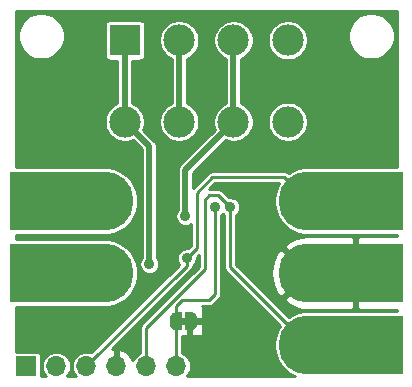
<source format=gbr>
G04 #@! TF.GenerationSoftware,KiCad,Pcbnew,(5.1.0)-1*
G04 #@! TF.CreationDate,2019-09-02T23:35:44-05:00*
G04 #@! TF.ProjectId,Current_Sense_Nano,43757272-656e-4745-9f53-656e73655f4e,v01*
G04 #@! TF.SameCoordinates,Original*
G04 #@! TF.FileFunction,Copper,L2,Bot*
G04 #@! TF.FilePolarity,Positive*
%FSLAX46Y46*%
G04 Gerber Fmt 4.6, Leading zero omitted, Abs format (unit mm)*
G04 Created by KiCad (PCBNEW (5.1.0)-1) date 2019-09-02 23:35:44*
%MOMM*%
%LPD*%
G04 APERTURE LIST*
%ADD10C,0.100000*%
%ADD11O,1.700000X1.700000*%
%ADD12R,1.700000X1.700000*%
%ADD13C,5.000000*%
%ADD14R,8.000000X5.000000*%
%ADD15C,0.500000*%
%ADD16C,2.650000*%
%ADD17R,2.650000X2.650000*%
%ADD18C,0.914400*%
%ADD19C,0.254000*%
%ADD20C,0.508000*%
G04 APERTURE END LIST*
D10*
G36*
X141840000Y-128570000D02*
G01*
X141340000Y-128570000D01*
X141340000Y-127970000D01*
X141840000Y-127970000D01*
X141840000Y-128570000D01*
G37*
D11*
X140970000Y-132080000D03*
X138430000Y-132080000D03*
X135890000Y-132080000D03*
X133350000Y-132080000D03*
X130810000Y-132080000D03*
D12*
X128270000Y-132080000D03*
D13*
X134874000Y-124206000D03*
D14*
X130874000Y-124206000D03*
X130874000Y-118110000D03*
D13*
X134874000Y-118110000D03*
X152146000Y-118110000D03*
D14*
X156146000Y-118110000D03*
X156146000Y-124206000D03*
D13*
X152146000Y-124206000D03*
X152146000Y-130302000D03*
D14*
X156146000Y-130302000D03*
D15*
X142240000Y-128270000D03*
D10*
G36*
X142240000Y-127520602D02*
G01*
X142264534Y-127520602D01*
X142313365Y-127525412D01*
X142361490Y-127534984D01*
X142408445Y-127549228D01*
X142453778Y-127568005D01*
X142497051Y-127591136D01*
X142537850Y-127618396D01*
X142575779Y-127649524D01*
X142610476Y-127684221D01*
X142641604Y-127722150D01*
X142668864Y-127762949D01*
X142691995Y-127806222D01*
X142710772Y-127851555D01*
X142725016Y-127898510D01*
X142734588Y-127946635D01*
X142739398Y-127995466D01*
X142739398Y-128020000D01*
X142740000Y-128020000D01*
X142740000Y-128520000D01*
X142739398Y-128520000D01*
X142739398Y-128544534D01*
X142734588Y-128593365D01*
X142725016Y-128641490D01*
X142710772Y-128688445D01*
X142691995Y-128733778D01*
X142668864Y-128777051D01*
X142641604Y-128817850D01*
X142610476Y-128855779D01*
X142575779Y-128890476D01*
X142537850Y-128921604D01*
X142497051Y-128948864D01*
X142453778Y-128971995D01*
X142408445Y-128990772D01*
X142361490Y-129005016D01*
X142313365Y-129014588D01*
X142264534Y-129019398D01*
X142240000Y-129019398D01*
X142240000Y-129020000D01*
X141740000Y-129020000D01*
X141740000Y-127520000D01*
X142240000Y-127520000D01*
X142240000Y-127520602D01*
X142240000Y-127520602D01*
G37*
D15*
X140940000Y-128270000D03*
D10*
G36*
X141440000Y-129020000D02*
G01*
X140940000Y-129020000D01*
X140940000Y-129019398D01*
X140915466Y-129019398D01*
X140866635Y-129014588D01*
X140818510Y-129005016D01*
X140771555Y-128990772D01*
X140726222Y-128971995D01*
X140682949Y-128948864D01*
X140642150Y-128921604D01*
X140604221Y-128890476D01*
X140569524Y-128855779D01*
X140538396Y-128817850D01*
X140511136Y-128777051D01*
X140488005Y-128733778D01*
X140469228Y-128688445D01*
X140454984Y-128641490D01*
X140445412Y-128593365D01*
X140440602Y-128544534D01*
X140440602Y-128520000D01*
X140440000Y-128520000D01*
X140440000Y-128020000D01*
X140440602Y-128020000D01*
X140440602Y-127995466D01*
X140445412Y-127946635D01*
X140454984Y-127898510D01*
X140469228Y-127851555D01*
X140488005Y-127806222D01*
X140511136Y-127762949D01*
X140538396Y-127722150D01*
X140569524Y-127684221D01*
X140604221Y-127649524D01*
X140642150Y-127618396D01*
X140682949Y-127591136D01*
X140726222Y-127568005D01*
X140771555Y-127549228D01*
X140818510Y-127534984D01*
X140866635Y-127525412D01*
X140915466Y-127520602D01*
X140940000Y-127520602D01*
X140940000Y-127520000D01*
X141440000Y-127520000D01*
X141440000Y-129020000D01*
X141440000Y-129020000D01*
G37*
D16*
X136610000Y-111400000D03*
X141210000Y-111400000D03*
X145810000Y-111400000D03*
X150410000Y-111400000D03*
X150410000Y-104500000D03*
X145810000Y-104500000D03*
D17*
X136610000Y-104500000D03*
D16*
X141210000Y-104500000D03*
D18*
X146431000Y-114554000D03*
X148971000Y-132080000D03*
X143510000Y-132080000D03*
X141859000Y-121412000D03*
X141859000Y-122936000D03*
X140208000Y-113411000D03*
X132080000Y-130556000D03*
X136398000Y-114554000D03*
X147447000Y-127508000D03*
X132080000Y-127889000D03*
X145542000Y-118618000D03*
X144272000Y-118618000D03*
X138684000Y-123444000D03*
X141732000Y-119380000D03*
D19*
X141859000Y-123571000D02*
X141859000Y-122936000D01*
X133350000Y-132080000D02*
X141859000Y-123571000D01*
X142316199Y-122478801D02*
X141859000Y-122936000D01*
X142697201Y-122097799D02*
X142316199Y-122478801D01*
X142697201Y-117398799D02*
X142697201Y-122097799D01*
X144018000Y-116078000D02*
X142697201Y-117398799D01*
X152146000Y-118110000D02*
X150114000Y-116078000D01*
X150114000Y-116078000D02*
X144018000Y-116078000D01*
X141859000Y-121412000D02*
X140208000Y-119761000D01*
X140208000Y-119761000D02*
X140208000Y-113411000D01*
D20*
X141210000Y-106373832D02*
X141210000Y-111400000D01*
X141210000Y-104500000D02*
X141210000Y-106373832D01*
D19*
X145542000Y-123698000D02*
X152146000Y-130302000D01*
X145542000Y-118618000D02*
X145542000Y-123698000D01*
X144526000Y-117602000D02*
X145542000Y-118618000D01*
X143764000Y-117602000D02*
X144526000Y-117602000D01*
X143383000Y-117983000D02*
X143764000Y-117602000D01*
X143383000Y-123868566D02*
X143383000Y-117983000D01*
X138430000Y-132080000D02*
X138430000Y-128821566D01*
X138430000Y-128821566D02*
X143383000Y-123868566D01*
X140970000Y-128382000D02*
X141082000Y-128270000D01*
X140970000Y-128300000D02*
X140940000Y-128270000D01*
X140970000Y-132080000D02*
X140970000Y-128300000D01*
X143764000Y-126492000D02*
X144272000Y-125984000D01*
X141478000Y-126492000D02*
X143764000Y-126492000D01*
X140940000Y-128270000D02*
X140940000Y-127030000D01*
X140940000Y-127030000D02*
X141478000Y-126492000D01*
X144272000Y-118618000D02*
X144272000Y-119380000D01*
X144272000Y-125984000D02*
X144272000Y-119380000D01*
X144272000Y-119380000D02*
X144272000Y-119126000D01*
D20*
X138684000Y-113474000D02*
X136610000Y-111400000D01*
X138684000Y-123444000D02*
X138684000Y-113474000D01*
X136610000Y-104500000D02*
X136610000Y-111400000D01*
X141732000Y-115478000D02*
X145810000Y-111400000D01*
X141732000Y-119380000D02*
X141732000Y-115478000D01*
X145810000Y-104500000D02*
X145810000Y-111400000D01*
D19*
G36*
X145007678Y-119269073D02*
G01*
X145034000Y-119286661D01*
X145034001Y-123673046D01*
X145031543Y-123698000D01*
X145035876Y-123741989D01*
X145041352Y-123797585D01*
X145041628Y-123798494D01*
X145070400Y-123893343D01*
X145117571Y-123981595D01*
X145154338Y-124026395D01*
X145181053Y-124058948D01*
X145200430Y-124074850D01*
X149781156Y-128655577D01*
X149592891Y-128937335D01*
X149375715Y-129461643D01*
X149265000Y-130018246D01*
X149265000Y-130585754D01*
X149375715Y-131142357D01*
X149592891Y-131666665D01*
X149908181Y-132138530D01*
X150309470Y-132539819D01*
X150781335Y-132855109D01*
X150995936Y-132944000D01*
X141853408Y-132944000D01*
X141998491Y-132767216D01*
X142112798Y-132553363D01*
X142183188Y-132321318D01*
X142206956Y-132080000D01*
X142183188Y-131838682D01*
X142112798Y-131606637D01*
X141998491Y-131392784D01*
X141844660Y-131205340D01*
X141657216Y-131051509D01*
X141478000Y-130955716D01*
X141478000Y-129540000D01*
X141795500Y-129540000D01*
X141820276Y-129537560D01*
X141844101Y-129530333D01*
X141866057Y-129518597D01*
X141885303Y-129502803D01*
X141901097Y-129483557D01*
X141912833Y-129461601D01*
X141920060Y-129437776D01*
X141922500Y-129413000D01*
X141922500Y-128941179D01*
X141948368Y-128933369D01*
X141982725Y-128923257D01*
X141983908Y-128922638D01*
X141985188Y-128922252D01*
X142016850Y-128905417D01*
X142048622Y-128888807D01*
X142049663Y-128887970D01*
X142050842Y-128887343D01*
X142078605Y-128864700D01*
X142106572Y-128842214D01*
X142107431Y-128841190D01*
X142108466Y-128840346D01*
X142131311Y-128812731D01*
X142154368Y-128785252D01*
X142155012Y-128784081D01*
X142155863Y-128783052D01*
X142172894Y-128751554D01*
X142176500Y-128744995D01*
X142176500Y-129413000D01*
X142178940Y-129437776D01*
X142186167Y-129461601D01*
X142197903Y-129483557D01*
X142213697Y-129502803D01*
X142232943Y-129518597D01*
X142254899Y-129530333D01*
X142278724Y-129537560D01*
X142303500Y-129540000D01*
X143129000Y-129540000D01*
X143153776Y-129537560D01*
X143177601Y-129530333D01*
X143199557Y-129518597D01*
X143218803Y-129502803D01*
X143234597Y-129483557D01*
X143246333Y-129461601D01*
X143253560Y-129437776D01*
X143256000Y-129413000D01*
X143256000Y-128587500D01*
X143253560Y-128562724D01*
X143246333Y-128538899D01*
X143234597Y-128516943D01*
X143218803Y-128497697D01*
X143199557Y-128481903D01*
X143177601Y-128470167D01*
X143153776Y-128462940D01*
X143129000Y-128460500D01*
X142303500Y-128460500D01*
X142278724Y-128462940D01*
X142254899Y-128470167D01*
X142232943Y-128481903D01*
X142221000Y-128491704D01*
X142221000Y-128079500D01*
X143129000Y-128079500D01*
X143153776Y-128077060D01*
X143177601Y-128069833D01*
X143199557Y-128058097D01*
X143218803Y-128042303D01*
X143234597Y-128023057D01*
X143246333Y-128001101D01*
X143253560Y-127977276D01*
X143256000Y-127952500D01*
X143256000Y-127127000D01*
X143253560Y-127102224D01*
X143246333Y-127078399D01*
X143234597Y-127056443D01*
X143218803Y-127037197D01*
X143199557Y-127021403D01*
X143177601Y-127009667D01*
X143153776Y-127002440D01*
X143129000Y-127000000D01*
X143739056Y-127000000D01*
X143764000Y-127002457D01*
X143788944Y-127000000D01*
X143788947Y-127000000D01*
X143863585Y-126992649D01*
X143959343Y-126963601D01*
X144047595Y-126916429D01*
X144124948Y-126852948D01*
X144140855Y-126833566D01*
X144613570Y-126360851D01*
X144632948Y-126344948D01*
X144672579Y-126296657D01*
X144696429Y-126267596D01*
X144743600Y-126179345D01*
X144743601Y-126179342D01*
X144772649Y-126083585D01*
X144780000Y-126008947D01*
X144780000Y-126008945D01*
X144782457Y-125984001D01*
X144780000Y-125959057D01*
X144780000Y-119286661D01*
X144806322Y-119269073D01*
X144907000Y-119168395D01*
X145007678Y-119269073D01*
X145007678Y-119269073D01*
G37*
X145007678Y-119269073D02*
X145034000Y-119286661D01*
X145034001Y-123673046D01*
X145031543Y-123698000D01*
X145035876Y-123741989D01*
X145041352Y-123797585D01*
X145041628Y-123798494D01*
X145070400Y-123893343D01*
X145117571Y-123981595D01*
X145154338Y-124026395D01*
X145181053Y-124058948D01*
X145200430Y-124074850D01*
X149781156Y-128655577D01*
X149592891Y-128937335D01*
X149375715Y-129461643D01*
X149265000Y-130018246D01*
X149265000Y-130585754D01*
X149375715Y-131142357D01*
X149592891Y-131666665D01*
X149908181Y-132138530D01*
X150309470Y-132539819D01*
X150781335Y-132855109D01*
X150995936Y-132944000D01*
X141853408Y-132944000D01*
X141998491Y-132767216D01*
X142112798Y-132553363D01*
X142183188Y-132321318D01*
X142206956Y-132080000D01*
X142183188Y-131838682D01*
X142112798Y-131606637D01*
X141998491Y-131392784D01*
X141844660Y-131205340D01*
X141657216Y-131051509D01*
X141478000Y-130955716D01*
X141478000Y-129540000D01*
X141795500Y-129540000D01*
X141820276Y-129537560D01*
X141844101Y-129530333D01*
X141866057Y-129518597D01*
X141885303Y-129502803D01*
X141901097Y-129483557D01*
X141912833Y-129461601D01*
X141920060Y-129437776D01*
X141922500Y-129413000D01*
X141922500Y-128941179D01*
X141948368Y-128933369D01*
X141982725Y-128923257D01*
X141983908Y-128922638D01*
X141985188Y-128922252D01*
X142016850Y-128905417D01*
X142048622Y-128888807D01*
X142049663Y-128887970D01*
X142050842Y-128887343D01*
X142078605Y-128864700D01*
X142106572Y-128842214D01*
X142107431Y-128841190D01*
X142108466Y-128840346D01*
X142131311Y-128812731D01*
X142154368Y-128785252D01*
X142155012Y-128784081D01*
X142155863Y-128783052D01*
X142172894Y-128751554D01*
X142176500Y-128744995D01*
X142176500Y-129413000D01*
X142178940Y-129437776D01*
X142186167Y-129461601D01*
X142197903Y-129483557D01*
X142213697Y-129502803D01*
X142232943Y-129518597D01*
X142254899Y-129530333D01*
X142278724Y-129537560D01*
X142303500Y-129540000D01*
X143129000Y-129540000D01*
X143153776Y-129537560D01*
X143177601Y-129530333D01*
X143199557Y-129518597D01*
X143218803Y-129502803D01*
X143234597Y-129483557D01*
X143246333Y-129461601D01*
X143253560Y-129437776D01*
X143256000Y-129413000D01*
X143256000Y-128587500D01*
X143253560Y-128562724D01*
X143246333Y-128538899D01*
X143234597Y-128516943D01*
X143218803Y-128497697D01*
X143199557Y-128481903D01*
X143177601Y-128470167D01*
X143153776Y-128462940D01*
X143129000Y-128460500D01*
X142303500Y-128460500D01*
X142278724Y-128462940D01*
X142254899Y-128470167D01*
X142232943Y-128481903D01*
X142221000Y-128491704D01*
X142221000Y-128079500D01*
X143129000Y-128079500D01*
X143153776Y-128077060D01*
X143177601Y-128069833D01*
X143199557Y-128058097D01*
X143218803Y-128042303D01*
X143234597Y-128023057D01*
X143246333Y-128001101D01*
X143253560Y-127977276D01*
X143256000Y-127952500D01*
X143256000Y-127127000D01*
X143253560Y-127102224D01*
X143246333Y-127078399D01*
X143234597Y-127056443D01*
X143218803Y-127037197D01*
X143199557Y-127021403D01*
X143177601Y-127009667D01*
X143153776Y-127002440D01*
X143129000Y-127000000D01*
X143739056Y-127000000D01*
X143764000Y-127002457D01*
X143788944Y-127000000D01*
X143788947Y-127000000D01*
X143863585Y-126992649D01*
X143959343Y-126963601D01*
X144047595Y-126916429D01*
X144124948Y-126852948D01*
X144140855Y-126833566D01*
X144613570Y-126360851D01*
X144632948Y-126344948D01*
X144672579Y-126296657D01*
X144696429Y-126267596D01*
X144743600Y-126179345D01*
X144743601Y-126179342D01*
X144772649Y-126083585D01*
X144780000Y-126008947D01*
X144780000Y-126008945D01*
X144782457Y-125984001D01*
X144780000Y-125959057D01*
X144780000Y-119286661D01*
X144806322Y-119269073D01*
X144907000Y-119168395D01*
X145007678Y-119269073D01*
G36*
X159614000Y-115227157D02*
G01*
X152146000Y-115227157D01*
X152127287Y-115229000D01*
X151862246Y-115229000D01*
X151305643Y-115339715D01*
X150781335Y-115556891D01*
X150499576Y-115745156D01*
X150490855Y-115736435D01*
X150474948Y-115717052D01*
X150397595Y-115653571D01*
X150309343Y-115606399D01*
X150213585Y-115577351D01*
X150138947Y-115570000D01*
X150138944Y-115570000D01*
X150114000Y-115567543D01*
X150089056Y-115570000D01*
X144042944Y-115570000D01*
X144018000Y-115567543D01*
X143993056Y-115570000D01*
X143993053Y-115570000D01*
X143918415Y-115577351D01*
X143822657Y-115606399D01*
X143734405Y-115653571D01*
X143657052Y-115717052D01*
X143641145Y-115736435D01*
X142367000Y-117010580D01*
X142367000Y-115741024D01*
X145139283Y-112968742D01*
X145312378Y-113040440D01*
X145641974Y-113106000D01*
X145978026Y-113106000D01*
X146307622Y-113040440D01*
X146618094Y-112911838D01*
X146897512Y-112725137D01*
X147135137Y-112487512D01*
X147321838Y-112208094D01*
X147450440Y-111897622D01*
X147516000Y-111568026D01*
X147516000Y-111231974D01*
X148704000Y-111231974D01*
X148704000Y-111568026D01*
X148769560Y-111897622D01*
X148898162Y-112208094D01*
X149084863Y-112487512D01*
X149322488Y-112725137D01*
X149601906Y-112911838D01*
X149912378Y-113040440D01*
X150241974Y-113106000D01*
X150578026Y-113106000D01*
X150907622Y-113040440D01*
X151218094Y-112911838D01*
X151497512Y-112725137D01*
X151735137Y-112487512D01*
X151921838Y-112208094D01*
X152050440Y-111897622D01*
X152116000Y-111568026D01*
X152116000Y-111231974D01*
X152050440Y-110902378D01*
X151921838Y-110591906D01*
X151735137Y-110312488D01*
X151497512Y-110074863D01*
X151218094Y-109888162D01*
X150907622Y-109759560D01*
X150578026Y-109694000D01*
X150241974Y-109694000D01*
X149912378Y-109759560D01*
X149601906Y-109888162D01*
X149322488Y-110074863D01*
X149084863Y-110312488D01*
X148898162Y-110591906D01*
X148769560Y-110902378D01*
X148704000Y-111231974D01*
X147516000Y-111231974D01*
X147450440Y-110902378D01*
X147321838Y-110591906D01*
X147135137Y-110312488D01*
X146897512Y-110074863D01*
X146618094Y-109888162D01*
X146445000Y-109816464D01*
X146445000Y-106083536D01*
X146618094Y-106011838D01*
X146897512Y-105825137D01*
X147135137Y-105587512D01*
X147321838Y-105308094D01*
X147450440Y-104997622D01*
X147516000Y-104668026D01*
X147516000Y-104331974D01*
X148704000Y-104331974D01*
X148704000Y-104668026D01*
X148769560Y-104997622D01*
X148898162Y-105308094D01*
X149084863Y-105587512D01*
X149322488Y-105825137D01*
X149601906Y-106011838D01*
X149912378Y-106140440D01*
X150241974Y-106206000D01*
X150578026Y-106206000D01*
X150907622Y-106140440D01*
X151218094Y-106011838D01*
X151497512Y-105825137D01*
X151735137Y-105587512D01*
X151921838Y-105308094D01*
X152050440Y-104997622D01*
X152116000Y-104668026D01*
X152116000Y-104331974D01*
X152050440Y-104002378D01*
X152026628Y-103944889D01*
X155499000Y-103944889D01*
X155499000Y-104335111D01*
X155575129Y-104717836D01*
X155724461Y-105078355D01*
X155941257Y-105402814D01*
X156217186Y-105678743D01*
X156541645Y-105895539D01*
X156902164Y-106044871D01*
X157284889Y-106121000D01*
X157675111Y-106121000D01*
X158057836Y-106044871D01*
X158418355Y-105895539D01*
X158742814Y-105678743D01*
X159018743Y-105402814D01*
X159235539Y-105078355D01*
X159384871Y-104717836D01*
X159461000Y-104335111D01*
X159461000Y-103944889D01*
X159384871Y-103562164D01*
X159235539Y-103201645D01*
X159018743Y-102877186D01*
X158742814Y-102601257D01*
X158418355Y-102384461D01*
X158057836Y-102235129D01*
X157675111Y-102159000D01*
X157284889Y-102159000D01*
X156902164Y-102235129D01*
X156541645Y-102384461D01*
X156217186Y-102601257D01*
X155941257Y-102877186D01*
X155724461Y-103201645D01*
X155575129Y-103562164D01*
X155499000Y-103944889D01*
X152026628Y-103944889D01*
X151921838Y-103691906D01*
X151735137Y-103412488D01*
X151497512Y-103174863D01*
X151218094Y-102988162D01*
X150907622Y-102859560D01*
X150578026Y-102794000D01*
X150241974Y-102794000D01*
X149912378Y-102859560D01*
X149601906Y-102988162D01*
X149322488Y-103174863D01*
X149084863Y-103412488D01*
X148898162Y-103691906D01*
X148769560Y-104002378D01*
X148704000Y-104331974D01*
X147516000Y-104331974D01*
X147450440Y-104002378D01*
X147321838Y-103691906D01*
X147135137Y-103412488D01*
X146897512Y-103174863D01*
X146618094Y-102988162D01*
X146307622Y-102859560D01*
X145978026Y-102794000D01*
X145641974Y-102794000D01*
X145312378Y-102859560D01*
X145001906Y-102988162D01*
X144722488Y-103174863D01*
X144484863Y-103412488D01*
X144298162Y-103691906D01*
X144169560Y-104002378D01*
X144104000Y-104331974D01*
X144104000Y-104668026D01*
X144169560Y-104997622D01*
X144298162Y-105308094D01*
X144484863Y-105587512D01*
X144722488Y-105825137D01*
X145001906Y-106011838D01*
X145175000Y-106083536D01*
X145175001Y-109816464D01*
X145001906Y-109888162D01*
X144722488Y-110074863D01*
X144484863Y-110312488D01*
X144298162Y-110591906D01*
X144169560Y-110902378D01*
X144104000Y-111231974D01*
X144104000Y-111568026D01*
X144169560Y-111897622D01*
X144241258Y-112070717D01*
X141305046Y-115006930D01*
X141280816Y-115026815D01*
X141260932Y-115051044D01*
X141201463Y-115123507D01*
X141142498Y-115233821D01*
X141135680Y-115256299D01*
X141110506Y-115339289D01*
X141106189Y-115353519D01*
X141093929Y-115478000D01*
X141097001Y-115509191D01*
X141097000Y-118829605D01*
X141080927Y-118845678D01*
X140989197Y-118982963D01*
X140926011Y-119135506D01*
X140893800Y-119297444D01*
X140893800Y-119462556D01*
X140926011Y-119624494D01*
X140989197Y-119777037D01*
X141080927Y-119914322D01*
X141197678Y-120031073D01*
X141334963Y-120122803D01*
X141487506Y-120185989D01*
X141649444Y-120218200D01*
X141814556Y-120218200D01*
X141976494Y-120185989D01*
X142129037Y-120122803D01*
X142189202Y-120082603D01*
X142189202Y-121887377D01*
X141974633Y-122101947D01*
X141974628Y-122101951D01*
X141972603Y-122103976D01*
X141941556Y-122097800D01*
X141776444Y-122097800D01*
X141614506Y-122130011D01*
X141461963Y-122193197D01*
X141324678Y-122284927D01*
X141207927Y-122401678D01*
X141116197Y-122538963D01*
X141053011Y-122691506D01*
X141020800Y-122853444D01*
X141020800Y-123018556D01*
X141053011Y-123180494D01*
X141116197Y-123333037D01*
X141207927Y-123470322D01*
X141224592Y-123486987D01*
X133785779Y-130925801D01*
X133591318Y-130866812D01*
X133410472Y-130849000D01*
X133289528Y-130849000D01*
X133108682Y-130866812D01*
X132876637Y-130937202D01*
X132662784Y-131051509D01*
X132475340Y-131205340D01*
X132321509Y-131392784D01*
X132207202Y-131606637D01*
X132136812Y-131838682D01*
X132113044Y-132080000D01*
X132136812Y-132321318D01*
X132207202Y-132553363D01*
X132321509Y-132767216D01*
X132466592Y-132944000D01*
X131693408Y-132944000D01*
X131838491Y-132767216D01*
X131952798Y-132553363D01*
X132023188Y-132321318D01*
X132046956Y-132080000D01*
X132023188Y-131838682D01*
X131952798Y-131606637D01*
X131838491Y-131392784D01*
X131684660Y-131205340D01*
X131497216Y-131051509D01*
X131283363Y-130937202D01*
X131051318Y-130866812D01*
X130870472Y-130849000D01*
X130749528Y-130849000D01*
X130568682Y-130866812D01*
X130336637Y-130937202D01*
X130122784Y-131051509D01*
X129935340Y-131205340D01*
X129781509Y-131392784D01*
X129667202Y-131606637D01*
X129596812Y-131838682D01*
X129573044Y-132080000D01*
X129596812Y-132321318D01*
X129667202Y-132553363D01*
X129781509Y-132767216D01*
X129926592Y-132944000D01*
X129501464Y-132944000D01*
X129502843Y-132930000D01*
X129502843Y-131230000D01*
X129495487Y-131155311D01*
X129473701Y-131083492D01*
X129438322Y-131017304D01*
X129390711Y-130959289D01*
X129332696Y-130911678D01*
X129266508Y-130876299D01*
X129194689Y-130854513D01*
X129120000Y-130847157D01*
X127420000Y-130847157D01*
X127406000Y-130848536D01*
X127406000Y-127088843D01*
X134874000Y-127088843D01*
X134892713Y-127087000D01*
X135157754Y-127087000D01*
X135714357Y-126976285D01*
X136238665Y-126759109D01*
X136710530Y-126443819D01*
X137111819Y-126042530D01*
X137427109Y-125570665D01*
X137644285Y-125046357D01*
X137755000Y-124489754D01*
X137755000Y-123922246D01*
X137644285Y-123365643D01*
X137427109Y-122841335D01*
X137111819Y-122369470D01*
X136710530Y-121968181D01*
X136238665Y-121652891D01*
X135714357Y-121435715D01*
X135157754Y-121325000D01*
X134892713Y-121325000D01*
X134874000Y-121323157D01*
X127406000Y-121323157D01*
X127406000Y-120992843D01*
X134874000Y-120992843D01*
X134892713Y-120991000D01*
X135157754Y-120991000D01*
X135714357Y-120880285D01*
X136238665Y-120663109D01*
X136710530Y-120347819D01*
X137111819Y-119946530D01*
X137427109Y-119474665D01*
X137644285Y-118950357D01*
X137755000Y-118393754D01*
X137755000Y-117826246D01*
X137644285Y-117269643D01*
X137427109Y-116745335D01*
X137111819Y-116273470D01*
X136710530Y-115872181D01*
X136238665Y-115556891D01*
X135714357Y-115339715D01*
X135157754Y-115229000D01*
X134892713Y-115229000D01*
X134874000Y-115227157D01*
X127406000Y-115227157D01*
X127406000Y-103944889D01*
X127559000Y-103944889D01*
X127559000Y-104335111D01*
X127635129Y-104717836D01*
X127784461Y-105078355D01*
X128001257Y-105402814D01*
X128277186Y-105678743D01*
X128601645Y-105895539D01*
X128962164Y-106044871D01*
X129344889Y-106121000D01*
X129735111Y-106121000D01*
X130117836Y-106044871D01*
X130478355Y-105895539D01*
X130802814Y-105678743D01*
X131078743Y-105402814D01*
X131295539Y-105078355D01*
X131444871Y-104717836D01*
X131521000Y-104335111D01*
X131521000Y-103944889D01*
X131444871Y-103562164D01*
X131295539Y-103201645D01*
X131277736Y-103175000D01*
X134902157Y-103175000D01*
X134902157Y-105825000D01*
X134909513Y-105899689D01*
X134931299Y-105971508D01*
X134966678Y-106037696D01*
X135014289Y-106095711D01*
X135072304Y-106143322D01*
X135138492Y-106178701D01*
X135210311Y-106200487D01*
X135285000Y-106207843D01*
X135975000Y-106207843D01*
X135975001Y-109816464D01*
X135801906Y-109888162D01*
X135522488Y-110074863D01*
X135284863Y-110312488D01*
X135098162Y-110591906D01*
X134969560Y-110902378D01*
X134904000Y-111231974D01*
X134904000Y-111568026D01*
X134969560Y-111897622D01*
X135098162Y-112208094D01*
X135284863Y-112487512D01*
X135522488Y-112725137D01*
X135801906Y-112911838D01*
X136112378Y-113040440D01*
X136441974Y-113106000D01*
X136778026Y-113106000D01*
X137107622Y-113040440D01*
X137280717Y-112968742D01*
X138049001Y-113737026D01*
X138049000Y-122893605D01*
X138032927Y-122909678D01*
X137941197Y-123046963D01*
X137878011Y-123199506D01*
X137845800Y-123361444D01*
X137845800Y-123526556D01*
X137878011Y-123688494D01*
X137941197Y-123841037D01*
X138032927Y-123978322D01*
X138149678Y-124095073D01*
X138286963Y-124186803D01*
X138439506Y-124249989D01*
X138601444Y-124282200D01*
X138766556Y-124282200D01*
X138928494Y-124249989D01*
X139081037Y-124186803D01*
X139218322Y-124095073D01*
X139335073Y-123978322D01*
X139426803Y-123841037D01*
X139489989Y-123688494D01*
X139522200Y-123526556D01*
X139522200Y-123361444D01*
X139489989Y-123199506D01*
X139426803Y-123046963D01*
X139335073Y-122909678D01*
X139319000Y-122893605D01*
X139319000Y-113505181D01*
X139322071Y-113474000D01*
X139319000Y-113442819D01*
X139319000Y-113442808D01*
X139309812Y-113349518D01*
X139273502Y-113229820D01*
X139214538Y-113119506D01*
X139155068Y-113047043D01*
X139135185Y-113022815D01*
X139110955Y-113002930D01*
X138178742Y-112070717D01*
X138250440Y-111897622D01*
X138316000Y-111568026D01*
X138316000Y-111231974D01*
X138250440Y-110902378D01*
X138121838Y-110591906D01*
X137935137Y-110312488D01*
X137697512Y-110074863D01*
X137418094Y-109888162D01*
X137245000Y-109816464D01*
X137245000Y-106207843D01*
X137935000Y-106207843D01*
X138009689Y-106200487D01*
X138081508Y-106178701D01*
X138147696Y-106143322D01*
X138205711Y-106095711D01*
X138253322Y-106037696D01*
X138288701Y-105971508D01*
X138310487Y-105899689D01*
X138317843Y-105825000D01*
X138317843Y-104331974D01*
X139504000Y-104331974D01*
X139504000Y-104668026D01*
X139569560Y-104997622D01*
X139698162Y-105308094D01*
X139884863Y-105587512D01*
X140122488Y-105825137D01*
X140401906Y-106011838D01*
X140575001Y-106083536D01*
X140575001Y-106342631D01*
X140575000Y-106342641D01*
X140575001Y-109816464D01*
X140401906Y-109888162D01*
X140122488Y-110074863D01*
X139884863Y-110312488D01*
X139698162Y-110591906D01*
X139569560Y-110902378D01*
X139504000Y-111231974D01*
X139504000Y-111568026D01*
X139569560Y-111897622D01*
X139698162Y-112208094D01*
X139884863Y-112487512D01*
X140122488Y-112725137D01*
X140401906Y-112911838D01*
X140712378Y-113040440D01*
X141041974Y-113106000D01*
X141378026Y-113106000D01*
X141707622Y-113040440D01*
X142018094Y-112911838D01*
X142297512Y-112725137D01*
X142535137Y-112487512D01*
X142721838Y-112208094D01*
X142850440Y-111897622D01*
X142916000Y-111568026D01*
X142916000Y-111231974D01*
X142850440Y-110902378D01*
X142721838Y-110591906D01*
X142535137Y-110312488D01*
X142297512Y-110074863D01*
X142018094Y-109888162D01*
X141845000Y-109816464D01*
X141845000Y-106083536D01*
X142018094Y-106011838D01*
X142297512Y-105825137D01*
X142535137Y-105587512D01*
X142721838Y-105308094D01*
X142850440Y-104997622D01*
X142916000Y-104668026D01*
X142916000Y-104331974D01*
X142850440Y-104002378D01*
X142721838Y-103691906D01*
X142535137Y-103412488D01*
X142297512Y-103174863D01*
X142018094Y-102988162D01*
X141707622Y-102859560D01*
X141378026Y-102794000D01*
X141041974Y-102794000D01*
X140712378Y-102859560D01*
X140401906Y-102988162D01*
X140122488Y-103174863D01*
X139884863Y-103412488D01*
X139698162Y-103691906D01*
X139569560Y-104002378D01*
X139504000Y-104331974D01*
X138317843Y-104331974D01*
X138317843Y-103175000D01*
X138310487Y-103100311D01*
X138288701Y-103028492D01*
X138253322Y-102962304D01*
X138205711Y-102904289D01*
X138147696Y-102856678D01*
X138081508Y-102821299D01*
X138009689Y-102799513D01*
X137935000Y-102792157D01*
X135285000Y-102792157D01*
X135210311Y-102799513D01*
X135138492Y-102821299D01*
X135072304Y-102856678D01*
X135014289Y-102904289D01*
X134966678Y-102962304D01*
X134931299Y-103028492D01*
X134909513Y-103100311D01*
X134902157Y-103175000D01*
X131277736Y-103175000D01*
X131078743Y-102877186D01*
X130802814Y-102601257D01*
X130478355Y-102384461D01*
X130117836Y-102235129D01*
X129735111Y-102159000D01*
X129344889Y-102159000D01*
X128962164Y-102235129D01*
X128601645Y-102384461D01*
X128277186Y-102601257D01*
X128001257Y-102877186D01*
X127784461Y-103201645D01*
X127635129Y-103562164D01*
X127559000Y-103944889D01*
X127406000Y-103944889D01*
X127406000Y-102006000D01*
X159614000Y-102006000D01*
X159614000Y-115227157D01*
X159614000Y-115227157D01*
G37*
X159614000Y-115227157D02*
X152146000Y-115227157D01*
X152127287Y-115229000D01*
X151862246Y-115229000D01*
X151305643Y-115339715D01*
X150781335Y-115556891D01*
X150499576Y-115745156D01*
X150490855Y-115736435D01*
X150474948Y-115717052D01*
X150397595Y-115653571D01*
X150309343Y-115606399D01*
X150213585Y-115577351D01*
X150138947Y-115570000D01*
X150138944Y-115570000D01*
X150114000Y-115567543D01*
X150089056Y-115570000D01*
X144042944Y-115570000D01*
X144018000Y-115567543D01*
X143993056Y-115570000D01*
X143993053Y-115570000D01*
X143918415Y-115577351D01*
X143822657Y-115606399D01*
X143734405Y-115653571D01*
X143657052Y-115717052D01*
X143641145Y-115736435D01*
X142367000Y-117010580D01*
X142367000Y-115741024D01*
X145139283Y-112968742D01*
X145312378Y-113040440D01*
X145641974Y-113106000D01*
X145978026Y-113106000D01*
X146307622Y-113040440D01*
X146618094Y-112911838D01*
X146897512Y-112725137D01*
X147135137Y-112487512D01*
X147321838Y-112208094D01*
X147450440Y-111897622D01*
X147516000Y-111568026D01*
X147516000Y-111231974D01*
X148704000Y-111231974D01*
X148704000Y-111568026D01*
X148769560Y-111897622D01*
X148898162Y-112208094D01*
X149084863Y-112487512D01*
X149322488Y-112725137D01*
X149601906Y-112911838D01*
X149912378Y-113040440D01*
X150241974Y-113106000D01*
X150578026Y-113106000D01*
X150907622Y-113040440D01*
X151218094Y-112911838D01*
X151497512Y-112725137D01*
X151735137Y-112487512D01*
X151921838Y-112208094D01*
X152050440Y-111897622D01*
X152116000Y-111568026D01*
X152116000Y-111231974D01*
X152050440Y-110902378D01*
X151921838Y-110591906D01*
X151735137Y-110312488D01*
X151497512Y-110074863D01*
X151218094Y-109888162D01*
X150907622Y-109759560D01*
X150578026Y-109694000D01*
X150241974Y-109694000D01*
X149912378Y-109759560D01*
X149601906Y-109888162D01*
X149322488Y-110074863D01*
X149084863Y-110312488D01*
X148898162Y-110591906D01*
X148769560Y-110902378D01*
X148704000Y-111231974D01*
X147516000Y-111231974D01*
X147450440Y-110902378D01*
X147321838Y-110591906D01*
X147135137Y-110312488D01*
X146897512Y-110074863D01*
X146618094Y-109888162D01*
X146445000Y-109816464D01*
X146445000Y-106083536D01*
X146618094Y-106011838D01*
X146897512Y-105825137D01*
X147135137Y-105587512D01*
X147321838Y-105308094D01*
X147450440Y-104997622D01*
X147516000Y-104668026D01*
X147516000Y-104331974D01*
X148704000Y-104331974D01*
X148704000Y-104668026D01*
X148769560Y-104997622D01*
X148898162Y-105308094D01*
X149084863Y-105587512D01*
X149322488Y-105825137D01*
X149601906Y-106011838D01*
X149912378Y-106140440D01*
X150241974Y-106206000D01*
X150578026Y-106206000D01*
X150907622Y-106140440D01*
X151218094Y-106011838D01*
X151497512Y-105825137D01*
X151735137Y-105587512D01*
X151921838Y-105308094D01*
X152050440Y-104997622D01*
X152116000Y-104668026D01*
X152116000Y-104331974D01*
X152050440Y-104002378D01*
X152026628Y-103944889D01*
X155499000Y-103944889D01*
X155499000Y-104335111D01*
X155575129Y-104717836D01*
X155724461Y-105078355D01*
X155941257Y-105402814D01*
X156217186Y-105678743D01*
X156541645Y-105895539D01*
X156902164Y-106044871D01*
X157284889Y-106121000D01*
X157675111Y-106121000D01*
X158057836Y-106044871D01*
X158418355Y-105895539D01*
X158742814Y-105678743D01*
X159018743Y-105402814D01*
X159235539Y-105078355D01*
X159384871Y-104717836D01*
X159461000Y-104335111D01*
X159461000Y-103944889D01*
X159384871Y-103562164D01*
X159235539Y-103201645D01*
X159018743Y-102877186D01*
X158742814Y-102601257D01*
X158418355Y-102384461D01*
X158057836Y-102235129D01*
X157675111Y-102159000D01*
X157284889Y-102159000D01*
X156902164Y-102235129D01*
X156541645Y-102384461D01*
X156217186Y-102601257D01*
X155941257Y-102877186D01*
X155724461Y-103201645D01*
X155575129Y-103562164D01*
X155499000Y-103944889D01*
X152026628Y-103944889D01*
X151921838Y-103691906D01*
X151735137Y-103412488D01*
X151497512Y-103174863D01*
X151218094Y-102988162D01*
X150907622Y-102859560D01*
X150578026Y-102794000D01*
X150241974Y-102794000D01*
X149912378Y-102859560D01*
X149601906Y-102988162D01*
X149322488Y-103174863D01*
X149084863Y-103412488D01*
X148898162Y-103691906D01*
X148769560Y-104002378D01*
X148704000Y-104331974D01*
X147516000Y-104331974D01*
X147450440Y-104002378D01*
X147321838Y-103691906D01*
X147135137Y-103412488D01*
X146897512Y-103174863D01*
X146618094Y-102988162D01*
X146307622Y-102859560D01*
X145978026Y-102794000D01*
X145641974Y-102794000D01*
X145312378Y-102859560D01*
X145001906Y-102988162D01*
X144722488Y-103174863D01*
X144484863Y-103412488D01*
X144298162Y-103691906D01*
X144169560Y-104002378D01*
X144104000Y-104331974D01*
X144104000Y-104668026D01*
X144169560Y-104997622D01*
X144298162Y-105308094D01*
X144484863Y-105587512D01*
X144722488Y-105825137D01*
X145001906Y-106011838D01*
X145175000Y-106083536D01*
X145175001Y-109816464D01*
X145001906Y-109888162D01*
X144722488Y-110074863D01*
X144484863Y-110312488D01*
X144298162Y-110591906D01*
X144169560Y-110902378D01*
X144104000Y-111231974D01*
X144104000Y-111568026D01*
X144169560Y-111897622D01*
X144241258Y-112070717D01*
X141305046Y-115006930D01*
X141280816Y-115026815D01*
X141260932Y-115051044D01*
X141201463Y-115123507D01*
X141142498Y-115233821D01*
X141135680Y-115256299D01*
X141110506Y-115339289D01*
X141106189Y-115353519D01*
X141093929Y-115478000D01*
X141097001Y-115509191D01*
X141097000Y-118829605D01*
X141080927Y-118845678D01*
X140989197Y-118982963D01*
X140926011Y-119135506D01*
X140893800Y-119297444D01*
X140893800Y-119462556D01*
X140926011Y-119624494D01*
X140989197Y-119777037D01*
X141080927Y-119914322D01*
X141197678Y-120031073D01*
X141334963Y-120122803D01*
X141487506Y-120185989D01*
X141649444Y-120218200D01*
X141814556Y-120218200D01*
X141976494Y-120185989D01*
X142129037Y-120122803D01*
X142189202Y-120082603D01*
X142189202Y-121887377D01*
X141974633Y-122101947D01*
X141974628Y-122101951D01*
X141972603Y-122103976D01*
X141941556Y-122097800D01*
X141776444Y-122097800D01*
X141614506Y-122130011D01*
X141461963Y-122193197D01*
X141324678Y-122284927D01*
X141207927Y-122401678D01*
X141116197Y-122538963D01*
X141053011Y-122691506D01*
X141020800Y-122853444D01*
X141020800Y-123018556D01*
X141053011Y-123180494D01*
X141116197Y-123333037D01*
X141207927Y-123470322D01*
X141224592Y-123486987D01*
X133785779Y-130925801D01*
X133591318Y-130866812D01*
X133410472Y-130849000D01*
X133289528Y-130849000D01*
X133108682Y-130866812D01*
X132876637Y-130937202D01*
X132662784Y-131051509D01*
X132475340Y-131205340D01*
X132321509Y-131392784D01*
X132207202Y-131606637D01*
X132136812Y-131838682D01*
X132113044Y-132080000D01*
X132136812Y-132321318D01*
X132207202Y-132553363D01*
X132321509Y-132767216D01*
X132466592Y-132944000D01*
X131693408Y-132944000D01*
X131838491Y-132767216D01*
X131952798Y-132553363D01*
X132023188Y-132321318D01*
X132046956Y-132080000D01*
X132023188Y-131838682D01*
X131952798Y-131606637D01*
X131838491Y-131392784D01*
X131684660Y-131205340D01*
X131497216Y-131051509D01*
X131283363Y-130937202D01*
X131051318Y-130866812D01*
X130870472Y-130849000D01*
X130749528Y-130849000D01*
X130568682Y-130866812D01*
X130336637Y-130937202D01*
X130122784Y-131051509D01*
X129935340Y-131205340D01*
X129781509Y-131392784D01*
X129667202Y-131606637D01*
X129596812Y-131838682D01*
X129573044Y-132080000D01*
X129596812Y-132321318D01*
X129667202Y-132553363D01*
X129781509Y-132767216D01*
X129926592Y-132944000D01*
X129501464Y-132944000D01*
X129502843Y-132930000D01*
X129502843Y-131230000D01*
X129495487Y-131155311D01*
X129473701Y-131083492D01*
X129438322Y-131017304D01*
X129390711Y-130959289D01*
X129332696Y-130911678D01*
X129266508Y-130876299D01*
X129194689Y-130854513D01*
X129120000Y-130847157D01*
X127420000Y-130847157D01*
X127406000Y-130848536D01*
X127406000Y-127088843D01*
X134874000Y-127088843D01*
X134892713Y-127087000D01*
X135157754Y-127087000D01*
X135714357Y-126976285D01*
X136238665Y-126759109D01*
X136710530Y-126443819D01*
X137111819Y-126042530D01*
X137427109Y-125570665D01*
X137644285Y-125046357D01*
X137755000Y-124489754D01*
X137755000Y-123922246D01*
X137644285Y-123365643D01*
X137427109Y-122841335D01*
X137111819Y-122369470D01*
X136710530Y-121968181D01*
X136238665Y-121652891D01*
X135714357Y-121435715D01*
X135157754Y-121325000D01*
X134892713Y-121325000D01*
X134874000Y-121323157D01*
X127406000Y-121323157D01*
X127406000Y-120992843D01*
X134874000Y-120992843D01*
X134892713Y-120991000D01*
X135157754Y-120991000D01*
X135714357Y-120880285D01*
X136238665Y-120663109D01*
X136710530Y-120347819D01*
X137111819Y-119946530D01*
X137427109Y-119474665D01*
X137644285Y-118950357D01*
X137755000Y-118393754D01*
X137755000Y-117826246D01*
X137644285Y-117269643D01*
X137427109Y-116745335D01*
X137111819Y-116273470D01*
X136710530Y-115872181D01*
X136238665Y-115556891D01*
X135714357Y-115339715D01*
X135157754Y-115229000D01*
X134892713Y-115229000D01*
X134874000Y-115227157D01*
X127406000Y-115227157D01*
X127406000Y-103944889D01*
X127559000Y-103944889D01*
X127559000Y-104335111D01*
X127635129Y-104717836D01*
X127784461Y-105078355D01*
X128001257Y-105402814D01*
X128277186Y-105678743D01*
X128601645Y-105895539D01*
X128962164Y-106044871D01*
X129344889Y-106121000D01*
X129735111Y-106121000D01*
X130117836Y-106044871D01*
X130478355Y-105895539D01*
X130802814Y-105678743D01*
X131078743Y-105402814D01*
X131295539Y-105078355D01*
X131444871Y-104717836D01*
X131521000Y-104335111D01*
X131521000Y-103944889D01*
X131444871Y-103562164D01*
X131295539Y-103201645D01*
X131277736Y-103175000D01*
X134902157Y-103175000D01*
X134902157Y-105825000D01*
X134909513Y-105899689D01*
X134931299Y-105971508D01*
X134966678Y-106037696D01*
X135014289Y-106095711D01*
X135072304Y-106143322D01*
X135138492Y-106178701D01*
X135210311Y-106200487D01*
X135285000Y-106207843D01*
X135975000Y-106207843D01*
X135975001Y-109816464D01*
X135801906Y-109888162D01*
X135522488Y-110074863D01*
X135284863Y-110312488D01*
X135098162Y-110591906D01*
X134969560Y-110902378D01*
X134904000Y-111231974D01*
X134904000Y-111568026D01*
X134969560Y-111897622D01*
X135098162Y-112208094D01*
X135284863Y-112487512D01*
X135522488Y-112725137D01*
X135801906Y-112911838D01*
X136112378Y-113040440D01*
X136441974Y-113106000D01*
X136778026Y-113106000D01*
X137107622Y-113040440D01*
X137280717Y-112968742D01*
X138049001Y-113737026D01*
X138049000Y-122893605D01*
X138032927Y-122909678D01*
X137941197Y-123046963D01*
X137878011Y-123199506D01*
X137845800Y-123361444D01*
X137845800Y-123526556D01*
X137878011Y-123688494D01*
X137941197Y-123841037D01*
X138032927Y-123978322D01*
X138149678Y-124095073D01*
X138286963Y-124186803D01*
X138439506Y-124249989D01*
X138601444Y-124282200D01*
X138766556Y-124282200D01*
X138928494Y-124249989D01*
X139081037Y-124186803D01*
X139218322Y-124095073D01*
X139335073Y-123978322D01*
X139426803Y-123841037D01*
X139489989Y-123688494D01*
X139522200Y-123526556D01*
X139522200Y-123361444D01*
X139489989Y-123199506D01*
X139426803Y-123046963D01*
X139335073Y-122909678D01*
X139319000Y-122893605D01*
X139319000Y-113505181D01*
X139322071Y-113474000D01*
X139319000Y-113442819D01*
X139319000Y-113442808D01*
X139309812Y-113349518D01*
X139273502Y-113229820D01*
X139214538Y-113119506D01*
X139155068Y-113047043D01*
X139135185Y-113022815D01*
X139110955Y-113002930D01*
X138178742Y-112070717D01*
X138250440Y-111897622D01*
X138316000Y-111568026D01*
X138316000Y-111231974D01*
X138250440Y-110902378D01*
X138121838Y-110591906D01*
X137935137Y-110312488D01*
X137697512Y-110074863D01*
X137418094Y-109888162D01*
X137245000Y-109816464D01*
X137245000Y-106207843D01*
X137935000Y-106207843D01*
X138009689Y-106200487D01*
X138081508Y-106178701D01*
X138147696Y-106143322D01*
X138205711Y-106095711D01*
X138253322Y-106037696D01*
X138288701Y-105971508D01*
X138310487Y-105899689D01*
X138317843Y-105825000D01*
X138317843Y-104331974D01*
X139504000Y-104331974D01*
X139504000Y-104668026D01*
X139569560Y-104997622D01*
X139698162Y-105308094D01*
X139884863Y-105587512D01*
X140122488Y-105825137D01*
X140401906Y-106011838D01*
X140575001Y-106083536D01*
X140575001Y-106342631D01*
X140575000Y-106342641D01*
X140575001Y-109816464D01*
X140401906Y-109888162D01*
X140122488Y-110074863D01*
X139884863Y-110312488D01*
X139698162Y-110591906D01*
X139569560Y-110902378D01*
X139504000Y-111231974D01*
X139504000Y-111568026D01*
X139569560Y-111897622D01*
X139698162Y-112208094D01*
X139884863Y-112487512D01*
X140122488Y-112725137D01*
X140401906Y-112911838D01*
X140712378Y-113040440D01*
X141041974Y-113106000D01*
X141378026Y-113106000D01*
X141707622Y-113040440D01*
X142018094Y-112911838D01*
X142297512Y-112725137D01*
X142535137Y-112487512D01*
X142721838Y-112208094D01*
X142850440Y-111897622D01*
X142916000Y-111568026D01*
X142916000Y-111231974D01*
X142850440Y-110902378D01*
X142721838Y-110591906D01*
X142535137Y-110312488D01*
X142297512Y-110074863D01*
X142018094Y-109888162D01*
X141845000Y-109816464D01*
X141845000Y-106083536D01*
X142018094Y-106011838D01*
X142297512Y-105825137D01*
X142535137Y-105587512D01*
X142721838Y-105308094D01*
X142850440Y-104997622D01*
X142916000Y-104668026D01*
X142916000Y-104331974D01*
X142850440Y-104002378D01*
X142721838Y-103691906D01*
X142535137Y-103412488D01*
X142297512Y-103174863D01*
X142018094Y-102988162D01*
X141707622Y-102859560D01*
X141378026Y-102794000D01*
X141041974Y-102794000D01*
X140712378Y-102859560D01*
X140401906Y-102988162D01*
X140122488Y-103174863D01*
X139884863Y-103412488D01*
X139698162Y-103691906D01*
X139569560Y-104002378D01*
X139504000Y-104331974D01*
X138317843Y-104331974D01*
X138317843Y-103175000D01*
X138310487Y-103100311D01*
X138288701Y-103028492D01*
X138253322Y-102962304D01*
X138205711Y-102904289D01*
X138147696Y-102856678D01*
X138081508Y-102821299D01*
X138009689Y-102799513D01*
X137935000Y-102792157D01*
X135285000Y-102792157D01*
X135210311Y-102799513D01*
X135138492Y-102821299D01*
X135072304Y-102856678D01*
X135014289Y-102904289D01*
X134966678Y-102962304D01*
X134931299Y-103028492D01*
X134909513Y-103100311D01*
X134902157Y-103175000D01*
X131277736Y-103175000D01*
X131078743Y-102877186D01*
X130802814Y-102601257D01*
X130478355Y-102384461D01*
X130117836Y-102235129D01*
X129735111Y-102159000D01*
X129344889Y-102159000D01*
X128962164Y-102235129D01*
X128601645Y-102384461D01*
X128277186Y-102601257D01*
X128001257Y-102877186D01*
X127784461Y-103201645D01*
X127635129Y-103562164D01*
X127559000Y-103944889D01*
X127406000Y-103944889D01*
X127406000Y-102006000D01*
X159614000Y-102006000D01*
X159614000Y-115227157D01*
G36*
X142875000Y-123658146D02*
G01*
X138088430Y-128444716D01*
X138069053Y-128460618D01*
X138053151Y-128479995D01*
X138053150Y-128479996D01*
X138005571Y-128537971D01*
X137979098Y-128587500D01*
X137958400Y-128626223D01*
X137943043Y-128676850D01*
X137929352Y-128721982D01*
X137919543Y-128821566D01*
X137922001Y-128846520D01*
X137922000Y-130955716D01*
X137742784Y-131051509D01*
X137555340Y-131205340D01*
X137401509Y-131392784D01*
X137288983Y-131603305D01*
X137234157Y-131448748D01*
X137085178Y-131198645D01*
X136890269Y-130982412D01*
X136656920Y-130808359D01*
X136394099Y-130683175D01*
X136246890Y-130638524D01*
X136017000Y-130759845D01*
X136017000Y-131953000D01*
X136037000Y-131953000D01*
X136037000Y-132207000D01*
X136017000Y-132207000D01*
X136017000Y-132227000D01*
X135763000Y-132227000D01*
X135763000Y-132207000D01*
X135743000Y-132207000D01*
X135743000Y-131953000D01*
X135763000Y-131953000D01*
X135763000Y-130759845D01*
X135533110Y-130638524D01*
X135499790Y-130648631D01*
X142200571Y-123947850D01*
X142219948Y-123931948D01*
X142250118Y-123895185D01*
X142283429Y-123854596D01*
X142330600Y-123766345D01*
X142330601Y-123766342D01*
X142359649Y-123670585D01*
X142366081Y-123605274D01*
X142393322Y-123587073D01*
X142510073Y-123470322D01*
X142601803Y-123333037D01*
X142664989Y-123180494D01*
X142697200Y-123018556D01*
X142697200Y-122853444D01*
X142691024Y-122822397D01*
X142693049Y-122820372D01*
X142693053Y-122820367D01*
X142875000Y-122638420D01*
X142875000Y-123658146D01*
X142875000Y-123658146D01*
G37*
X142875000Y-123658146D02*
X138088430Y-128444716D01*
X138069053Y-128460618D01*
X138053151Y-128479995D01*
X138053150Y-128479996D01*
X138005571Y-128537971D01*
X137979098Y-128587500D01*
X137958400Y-128626223D01*
X137943043Y-128676850D01*
X137929352Y-128721982D01*
X137919543Y-128821566D01*
X137922001Y-128846520D01*
X137922000Y-130955716D01*
X137742784Y-131051509D01*
X137555340Y-131205340D01*
X137401509Y-131392784D01*
X137288983Y-131603305D01*
X137234157Y-131448748D01*
X137085178Y-131198645D01*
X136890269Y-130982412D01*
X136656920Y-130808359D01*
X136394099Y-130683175D01*
X136246890Y-130638524D01*
X136017000Y-130759845D01*
X136017000Y-131953000D01*
X136037000Y-131953000D01*
X136037000Y-132207000D01*
X136017000Y-132207000D01*
X136017000Y-132227000D01*
X135763000Y-132227000D01*
X135763000Y-132207000D01*
X135743000Y-132207000D01*
X135743000Y-131953000D01*
X135763000Y-131953000D01*
X135763000Y-130759845D01*
X135533110Y-130638524D01*
X135499790Y-130648631D01*
X142200571Y-123947850D01*
X142219948Y-123931948D01*
X142250118Y-123895185D01*
X142283429Y-123854596D01*
X142330600Y-123766345D01*
X142330601Y-123766342D01*
X142359649Y-123670585D01*
X142366081Y-123605274D01*
X142393322Y-123587073D01*
X142510073Y-123470322D01*
X142601803Y-123333037D01*
X142664989Y-123180494D01*
X142697200Y-123018556D01*
X142697200Y-122853444D01*
X142691024Y-122822397D01*
X142693049Y-122820372D01*
X142693053Y-122820367D01*
X142875000Y-122638420D01*
X142875000Y-123658146D01*
G36*
X149592891Y-116745335D02*
G01*
X149375715Y-117269643D01*
X149265000Y-117826246D01*
X149265000Y-118393754D01*
X149375715Y-118950357D01*
X149592891Y-119474665D01*
X149908181Y-119946530D01*
X150309470Y-120347819D01*
X150781335Y-120663109D01*
X151305643Y-120880285D01*
X151862246Y-120991000D01*
X152127287Y-120991000D01*
X152146000Y-120992843D01*
X159614001Y-120992843D01*
X159614001Y-121068368D01*
X156431750Y-121071000D01*
X156273000Y-121229750D01*
X156273000Y-124079000D01*
X156293000Y-124079000D01*
X156293000Y-124333000D01*
X156273000Y-124333000D01*
X156273000Y-127182250D01*
X156431750Y-127341000D01*
X159614001Y-127343632D01*
X159614001Y-127419157D01*
X152146000Y-127419157D01*
X152127287Y-127421000D01*
X151862246Y-127421000D01*
X151305643Y-127531715D01*
X150781335Y-127748891D01*
X150499577Y-127937156D01*
X146771749Y-124209328D01*
X148995832Y-124209328D01*
X149057010Y-124823831D01*
X149236897Y-125414592D01*
X149524882Y-125953373D01*
X149942852Y-126229543D01*
X151510764Y-124661631D01*
X151510265Y-125021340D01*
X150122457Y-126409148D01*
X150398627Y-126827118D01*
X150943557Y-127117649D01*
X151534696Y-127296287D01*
X152149328Y-127356168D01*
X152271872Y-127343968D01*
X155860250Y-127341000D01*
X156019000Y-127182250D01*
X156019000Y-124333000D01*
X155999000Y-124333000D01*
X155999000Y-124079000D01*
X156019000Y-124079000D01*
X156019000Y-121229750D01*
X155860250Y-121071000D01*
X152267863Y-121068029D01*
X152142672Y-121055832D01*
X151528169Y-121117010D01*
X150937408Y-121296897D01*
X150398627Y-121584882D01*
X150122457Y-122002852D01*
X151510265Y-123390660D01*
X151510764Y-123750369D01*
X149942852Y-122182457D01*
X149524882Y-122458627D01*
X149234351Y-123003557D01*
X149055713Y-123594696D01*
X148995832Y-124209328D01*
X146771749Y-124209328D01*
X146050000Y-123487580D01*
X146050000Y-119286661D01*
X146076322Y-119269073D01*
X146193073Y-119152322D01*
X146284803Y-119015037D01*
X146347989Y-118862494D01*
X146380200Y-118700556D01*
X146380200Y-118535444D01*
X146347989Y-118373506D01*
X146284803Y-118220963D01*
X146193073Y-118083678D01*
X146076322Y-117966927D01*
X145939037Y-117875197D01*
X145786494Y-117812011D01*
X145624556Y-117779800D01*
X145459444Y-117779800D01*
X145428396Y-117785976D01*
X144902855Y-117260435D01*
X144886948Y-117241052D01*
X144809595Y-117177571D01*
X144721343Y-117130399D01*
X144625585Y-117101351D01*
X144550947Y-117094000D01*
X144550944Y-117094000D01*
X144526000Y-117091543D01*
X144501056Y-117094000D01*
X143788943Y-117094000D01*
X143763999Y-117091543D01*
X143739055Y-117094000D01*
X143739053Y-117094000D01*
X143718384Y-117096036D01*
X144228420Y-116586000D01*
X149699355Y-116586000D01*
X149592891Y-116745335D01*
X149592891Y-116745335D01*
G37*
X149592891Y-116745335D02*
X149375715Y-117269643D01*
X149265000Y-117826246D01*
X149265000Y-118393754D01*
X149375715Y-118950357D01*
X149592891Y-119474665D01*
X149908181Y-119946530D01*
X150309470Y-120347819D01*
X150781335Y-120663109D01*
X151305643Y-120880285D01*
X151862246Y-120991000D01*
X152127287Y-120991000D01*
X152146000Y-120992843D01*
X159614001Y-120992843D01*
X159614001Y-121068368D01*
X156431750Y-121071000D01*
X156273000Y-121229750D01*
X156273000Y-124079000D01*
X156293000Y-124079000D01*
X156293000Y-124333000D01*
X156273000Y-124333000D01*
X156273000Y-127182250D01*
X156431750Y-127341000D01*
X159614001Y-127343632D01*
X159614001Y-127419157D01*
X152146000Y-127419157D01*
X152127287Y-127421000D01*
X151862246Y-127421000D01*
X151305643Y-127531715D01*
X150781335Y-127748891D01*
X150499577Y-127937156D01*
X146771749Y-124209328D01*
X148995832Y-124209328D01*
X149057010Y-124823831D01*
X149236897Y-125414592D01*
X149524882Y-125953373D01*
X149942852Y-126229543D01*
X151510764Y-124661631D01*
X151510265Y-125021340D01*
X150122457Y-126409148D01*
X150398627Y-126827118D01*
X150943557Y-127117649D01*
X151534696Y-127296287D01*
X152149328Y-127356168D01*
X152271872Y-127343968D01*
X155860250Y-127341000D01*
X156019000Y-127182250D01*
X156019000Y-124333000D01*
X155999000Y-124333000D01*
X155999000Y-124079000D01*
X156019000Y-124079000D01*
X156019000Y-121229750D01*
X155860250Y-121071000D01*
X152267863Y-121068029D01*
X152142672Y-121055832D01*
X151528169Y-121117010D01*
X150937408Y-121296897D01*
X150398627Y-121584882D01*
X150122457Y-122002852D01*
X151510265Y-123390660D01*
X151510764Y-123750369D01*
X149942852Y-122182457D01*
X149524882Y-122458627D01*
X149234351Y-123003557D01*
X149055713Y-123594696D01*
X148995832Y-124209328D01*
X146771749Y-124209328D01*
X146050000Y-123487580D01*
X146050000Y-119286661D01*
X146076322Y-119269073D01*
X146193073Y-119152322D01*
X146284803Y-119015037D01*
X146347989Y-118862494D01*
X146380200Y-118700556D01*
X146380200Y-118535444D01*
X146347989Y-118373506D01*
X146284803Y-118220963D01*
X146193073Y-118083678D01*
X146076322Y-117966927D01*
X145939037Y-117875197D01*
X145786494Y-117812011D01*
X145624556Y-117779800D01*
X145459444Y-117779800D01*
X145428396Y-117785976D01*
X144902855Y-117260435D01*
X144886948Y-117241052D01*
X144809595Y-117177571D01*
X144721343Y-117130399D01*
X144625585Y-117101351D01*
X144550947Y-117094000D01*
X144550944Y-117094000D01*
X144526000Y-117091543D01*
X144501056Y-117094000D01*
X143788943Y-117094000D01*
X143763999Y-117091543D01*
X143739055Y-117094000D01*
X143739053Y-117094000D01*
X143718384Y-117096036D01*
X144228420Y-116586000D01*
X149699355Y-116586000D01*
X149592891Y-116745335D01*
M02*

</source>
